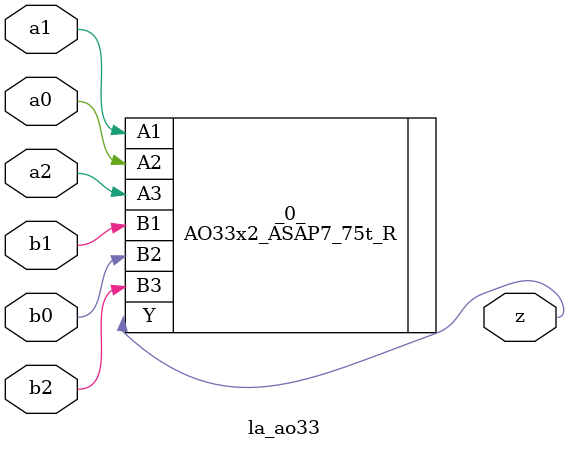
<source format=v>
/* Generated by Yosys 0.37 (git sha1 a5c7f69ed, clang 14.0.0-1ubuntu1.1 -fPIC -Os) */

module la_ao33(a0, a1, a2, b0, b1, b2, z);
  input a0;
  wire a0;
  input a1;
  wire a1;
  input a2;
  wire a2;
  input b0;
  wire b0;
  input b1;
  wire b1;
  input b2;
  wire b2;
  output z;
  wire z;
  AO33x2_ASAP7_75t_R _0_ (
    .A1(a1),
    .A2(a0),
    .A3(a2),
    .B1(b1),
    .B2(b0),
    .B3(b2),
    .Y(z)
  );
endmodule

</source>
